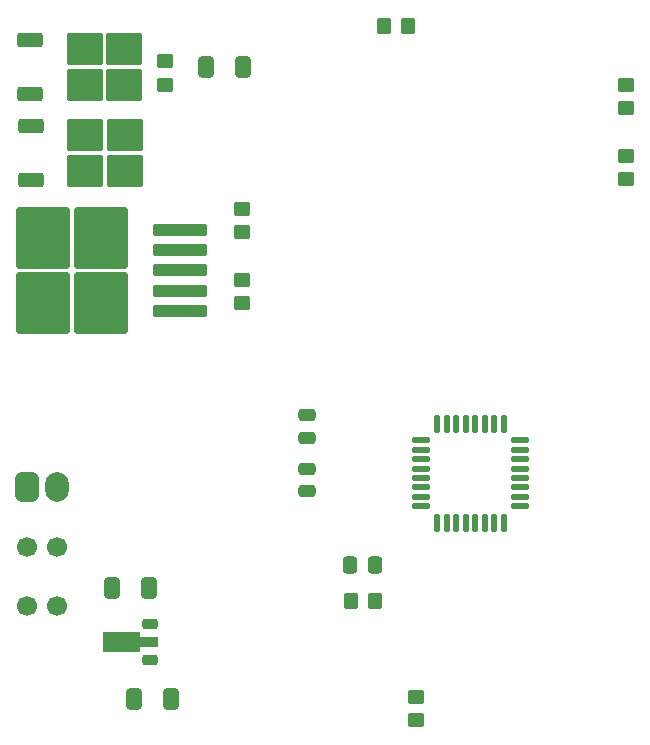
<source format=gbr>
%TF.GenerationSoftware,KiCad,Pcbnew,8.0.0-8.0.0-1~ubuntu20.04.1*%
%TF.CreationDate,2024-04-10T23:06:07+05:00*%
%TF.ProjectId,GammaAnomalain,47616d6d-6141-46e6-9f6d-616c61696e2e,rev?*%
%TF.SameCoordinates,Original*%
%TF.FileFunction,Paste,Top*%
%TF.FilePolarity,Positive*%
%FSLAX46Y46*%
G04 Gerber Fmt 4.6, Leading zero omitted, Abs format (unit mm)*
G04 Created by KiCad (PCBNEW 8.0.0-8.0.0-1~ubuntu20.04.1) date 2024-04-10 23:06:07*
%MOMM*%
%LPD*%
G01*
G04 APERTURE LIST*
G04 Aperture macros list*
%AMRoundRect*
0 Rectangle with rounded corners*
0 $1 Rounding radius*
0 $2 $3 $4 $5 $6 $7 $8 $9 X,Y pos of 4 corners*
0 Add a 4 corners polygon primitive as box body*
4,1,4,$2,$3,$4,$5,$6,$7,$8,$9,$2,$3,0*
0 Add four circle primitives for the rounded corners*
1,1,$1+$1,$2,$3*
1,1,$1+$1,$4,$5*
1,1,$1+$1,$6,$7*
1,1,$1+$1,$8,$9*
0 Add four rect primitives between the rounded corners*
20,1,$1+$1,$2,$3,$4,$5,0*
20,1,$1+$1,$4,$5,$6,$7,0*
20,1,$1+$1,$6,$7,$8,$9,0*
20,1,$1+$1,$8,$9,$2,$3,0*%
%AMFreePoly0*
4,1,9,3.862500,-0.866500,0.737500,-0.866500,0.737500,-0.450000,-0.737500,-0.450000,-0.737500,0.450000,0.737500,0.450000,0.737500,0.866500,3.862500,0.866500,3.862500,-0.866500,3.862500,-0.866500,$1*%
G04 Aperture macros list end*
%ADD10RoundRect,0.250000X-0.450000X0.350000X-0.450000X-0.350000X0.450000X-0.350000X0.450000X0.350000X0*%
%ADD11RoundRect,0.250000X0.450000X-0.350000X0.450000X0.350000X-0.450000X0.350000X-0.450000X-0.350000X0*%
%ADD12RoundRect,0.250000X0.412500X0.650000X-0.412500X0.650000X-0.412500X-0.650000X0.412500X-0.650000X0*%
%ADD13RoundRect,0.250000X-0.350000X-0.450000X0.350000X-0.450000X0.350000X0.450000X-0.350000X0.450000X0*%
%ADD14RoundRect,0.250000X2.050000X0.300000X-2.050000X0.300000X-2.050000X-0.300000X2.050000X-0.300000X0*%
%ADD15RoundRect,0.250000X2.025000X2.375000X-2.025000X2.375000X-2.025000X-2.375000X2.025000X-2.375000X0*%
%ADD16RoundRect,0.250000X0.475000X-0.250000X0.475000X0.250000X-0.475000X0.250000X-0.475000X-0.250000X0*%
%ADD17RoundRect,0.250000X0.337500X0.475000X-0.337500X0.475000X-0.337500X-0.475000X0.337500X-0.475000X0*%
%ADD18RoundRect,0.225000X0.425000X0.225000X-0.425000X0.225000X-0.425000X-0.225000X0.425000X-0.225000X0*%
%ADD19FreePoly0,180.000000*%
%ADD20RoundRect,0.250000X-0.850000X-0.350000X0.850000X-0.350000X0.850000X0.350000X-0.850000X0.350000X0*%
%ADD21RoundRect,0.250000X-1.275000X-1.125000X1.275000X-1.125000X1.275000X1.125000X-1.275000X1.125000X0*%
%ADD22RoundRect,0.125000X-0.625000X-0.125000X0.625000X-0.125000X0.625000X0.125000X-0.625000X0.125000X0*%
%ADD23RoundRect,0.125000X-0.125000X-0.625000X0.125000X-0.625000X0.125000X0.625000X-0.125000X0.625000X0*%
%ADD24RoundRect,0.250000X-0.475000X0.250000X-0.475000X-0.250000X0.475000X-0.250000X0.475000X0.250000X0*%
%ADD25C,1.700000*%
%ADD26RoundRect,0.500000X0.500000X-0.750000X0.500000X0.750000X-0.500000X0.750000X-0.500000X-0.750000X0*%
%ADD27O,2.000000X2.500000*%
%ADD28RoundRect,0.250000X0.350000X0.450000X-0.350000X0.450000X-0.350000X-0.450000X0.350000X-0.450000X0*%
G04 APERTURE END LIST*
D10*
%TO.C,R4*%
X152000000Y-69500000D03*
X152000000Y-71500000D03*
%TD*%
D11*
%TO.C,R2*%
X119500000Y-82000000D03*
X119500000Y-80000000D03*
%TD*%
D12*
%TO.C,C3*%
X111625000Y-106100000D03*
X108500000Y-106100000D03*
%TD*%
D13*
%TO.C,R3*%
X131500000Y-58500000D03*
X133500000Y-58500000D03*
%TD*%
D14*
%TO.C,U3*%
X114225000Y-82625000D03*
X114225000Y-80925000D03*
X114225000Y-79225000D03*
D15*
X107500000Y-82000000D03*
X107500000Y-76450000D03*
X102650000Y-82000000D03*
X102650000Y-76450000D03*
D14*
X114225000Y-77525000D03*
X114225000Y-75825000D03*
%TD*%
D12*
%TO.C,C7*%
X113500000Y-115500000D03*
X110375000Y-115500000D03*
%TD*%
%TO.C,C6*%
X119562500Y-62000000D03*
X116437500Y-62000000D03*
%TD*%
D11*
%TO.C,R1*%
X119500000Y-76000000D03*
X119500000Y-74000000D03*
%TD*%
D16*
%TO.C,C2*%
X125000000Y-97900000D03*
X125000000Y-96000000D03*
%TD*%
D17*
%TO.C,C8*%
X130737500Y-104200000D03*
X128662500Y-104200000D03*
%TD*%
D11*
%TO.C,R8*%
X134200000Y-117300000D03*
X134200000Y-115300000D03*
%TD*%
D18*
%TO.C,U2*%
X111712500Y-112200000D03*
D19*
X111625000Y-110700000D03*
D18*
X111712500Y-109200000D03*
%TD*%
D11*
%TO.C,R6*%
X113000000Y-63500000D03*
X113000000Y-61500000D03*
%TD*%
D20*
%TO.C,Q1*%
X101525000Y-59695000D03*
D21*
X106150000Y-60450000D03*
X106150000Y-63500000D03*
X109500000Y-60450000D03*
X109500000Y-63500000D03*
D20*
X101525000Y-64255000D03*
%TD*%
D22*
%TO.C,U1*%
X134650000Y-93600000D03*
X134650000Y-94400000D03*
X134650000Y-95200000D03*
X134650000Y-96000000D03*
X134650000Y-96800000D03*
X134650000Y-97600000D03*
X134650000Y-98400000D03*
X134650000Y-99200000D03*
D23*
X136025000Y-100575000D03*
X136825000Y-100575000D03*
X137625000Y-100575000D03*
X138425000Y-100575000D03*
X139225000Y-100575000D03*
X140025000Y-100575000D03*
X140825000Y-100575000D03*
X141625000Y-100575000D03*
D22*
X143000000Y-99200000D03*
X143000000Y-98400000D03*
X143000000Y-97600000D03*
X143000000Y-96800000D03*
X143000000Y-96000000D03*
X143000000Y-95200000D03*
X143000000Y-94400000D03*
X143000000Y-93600000D03*
D23*
X141625000Y-92225000D03*
X140825000Y-92225000D03*
X140025000Y-92225000D03*
X139225000Y-92225000D03*
X138425000Y-92225000D03*
X137625000Y-92225000D03*
X136825000Y-92225000D03*
X136025000Y-92225000D03*
%TD*%
D21*
%TO.C,D1*%
X106202500Y-67777500D03*
X106202500Y-70827500D03*
X109552500Y-67777500D03*
X109552500Y-70827500D03*
D20*
X101577500Y-67022500D03*
X101577500Y-71582500D03*
%TD*%
D24*
%TO.C,C1*%
X125000000Y-91500000D03*
X125000000Y-93400000D03*
%TD*%
D11*
%TO.C,R5*%
X152000000Y-65500000D03*
X152000000Y-63500000D03*
%TD*%
D25*
%TO.C,J9*%
X101300000Y-107600000D03*
X103800000Y-107600000D03*
X101300000Y-102600000D03*
X103800000Y-102600000D03*
D26*
X101300000Y-97600000D03*
D27*
X103800000Y-97600000D03*
%TD*%
D28*
%TO.C,R7*%
X130700000Y-107200000D03*
X128700000Y-107200000D03*
%TD*%
M02*

</source>
